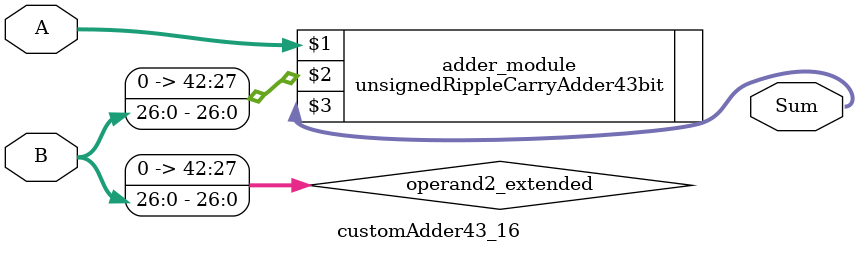
<source format=v>
module customAdder43_16(
                        input [42 : 0] A,
                        input [26 : 0] B,
                        
                        output [43 : 0] Sum
                );

        wire [42 : 0] operand2_extended;
        
        assign operand2_extended =  {16'b0, B};
        
        unsignedRippleCarryAdder43bit adder_module(
            A,
            operand2_extended,
            Sum
        );
        
        endmodule
        
</source>
